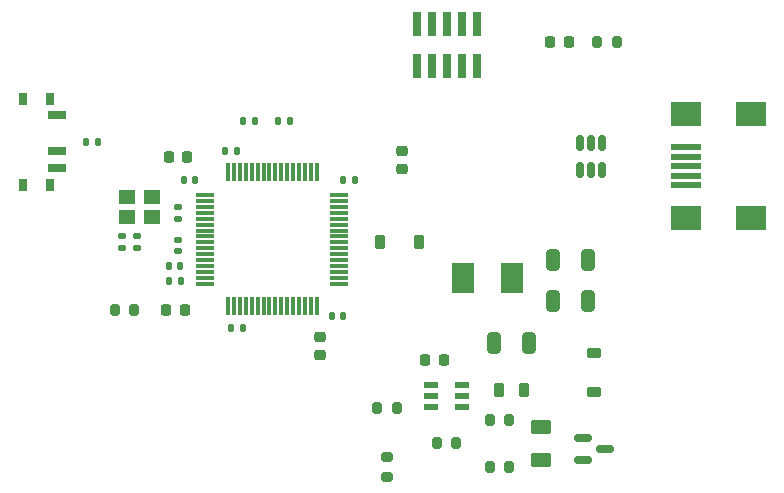
<source format=gbr>
%TF.GenerationSoftware,KiCad,Pcbnew,8.0.1*%
%TF.CreationDate,2024-04-03T13:36:13+02:00*%
%TF.ProjectId,stm32f405_v8,73746d33-3266-4343-9035-5f76382e6b69,rev?*%
%TF.SameCoordinates,Original*%
%TF.FileFunction,Paste,Top*%
%TF.FilePolarity,Positive*%
%FSLAX46Y46*%
G04 Gerber Fmt 4.6, Leading zero omitted, Abs format (unit mm)*
G04 Created by KiCad (PCBNEW 8.0.1) date 2024-04-03 13:36:13*
%MOMM*%
%LPD*%
G01*
G04 APERTURE LIST*
G04 Aperture macros list*
%AMRoundRect*
0 Rectangle with rounded corners*
0 $1 Rounding radius*
0 $2 $3 $4 $5 $6 $7 $8 $9 X,Y pos of 4 corners*
0 Add a 4 corners polygon primitive as box body*
4,1,4,$2,$3,$4,$5,$6,$7,$8,$9,$2,$3,0*
0 Add four circle primitives for the rounded corners*
1,1,$1+$1,$2,$3*
1,1,$1+$1,$4,$5*
1,1,$1+$1,$6,$7*
1,1,$1+$1,$8,$9*
0 Add four rect primitives between the rounded corners*
20,1,$1+$1,$2,$3,$4,$5,0*
20,1,$1+$1,$4,$5,$6,$7,0*
20,1,$1+$1,$6,$7,$8,$9,0*
20,1,$1+$1,$8,$9,$2,$3,0*%
G04 Aperture macros list end*
%ADD10RoundRect,0.225000X0.225000X0.375000X-0.225000X0.375000X-0.225000X-0.375000X0.225000X-0.375000X0*%
%ADD11RoundRect,0.225000X0.375000X-0.225000X0.375000X0.225000X-0.375000X0.225000X-0.375000X-0.225000X0*%
%ADD12RoundRect,0.075000X-0.700000X-0.075000X0.700000X-0.075000X0.700000X0.075000X-0.700000X0.075000X0*%
%ADD13RoundRect,0.075000X-0.075000X-0.700000X0.075000X-0.700000X0.075000X0.700000X-0.075000X0.700000X0*%
%ADD14RoundRect,0.150000X-0.587500X-0.150000X0.587500X-0.150000X0.587500X0.150000X-0.587500X0.150000X0*%
%ADD15RoundRect,0.225000X-0.250000X0.225000X-0.250000X-0.225000X0.250000X-0.225000X0.250000X0.225000X0*%
%ADD16RoundRect,0.135000X0.135000X0.185000X-0.135000X0.185000X-0.135000X-0.185000X0.135000X-0.185000X0*%
%ADD17RoundRect,0.250000X-0.325000X-0.650000X0.325000X-0.650000X0.325000X0.650000X-0.325000X0.650000X0*%
%ADD18RoundRect,0.140000X-0.170000X0.140000X-0.170000X-0.140000X0.170000X-0.140000X0.170000X0.140000X0*%
%ADD19RoundRect,0.140000X0.170000X-0.140000X0.170000X0.140000X-0.170000X0.140000X-0.170000X-0.140000X0*%
%ADD20R,1.150000X0.600000*%
%ADD21RoundRect,0.140000X0.140000X0.170000X-0.140000X0.170000X-0.140000X-0.170000X0.140000X-0.170000X0*%
%ADD22RoundRect,0.200000X0.200000X0.275000X-0.200000X0.275000X-0.200000X-0.275000X0.200000X-0.275000X0*%
%ADD23RoundRect,0.200000X-0.200000X-0.275000X0.200000X-0.275000X0.200000X0.275000X-0.200000X0.275000X0*%
%ADD24RoundRect,0.218750X0.218750X0.256250X-0.218750X0.256250X-0.218750X-0.256250X0.218750X-0.256250X0*%
%ADD25RoundRect,0.140000X-0.140000X-0.170000X0.140000X-0.170000X0.140000X0.170000X-0.140000X0.170000X0*%
%ADD26RoundRect,0.135000X-0.135000X-0.185000X0.135000X-0.185000X0.135000X0.185000X-0.135000X0.185000X0*%
%ADD27RoundRect,0.218750X-0.218750X-0.256250X0.218750X-0.256250X0.218750X0.256250X-0.218750X0.256250X0*%
%ADD28RoundRect,0.150000X0.150000X-0.512500X0.150000X0.512500X-0.150000X0.512500X-0.150000X-0.512500X0*%
%ADD29RoundRect,0.200000X-0.275000X0.200000X-0.275000X-0.200000X0.275000X-0.200000X0.275000X0.200000X0*%
%ADD30RoundRect,0.225000X0.225000X0.250000X-0.225000X0.250000X-0.225000X-0.250000X0.225000X-0.250000X0*%
%ADD31RoundRect,0.135000X0.185000X-0.135000X0.185000X0.135000X-0.185000X0.135000X-0.185000X-0.135000X0*%
%ADD32R,2.500000X0.500000*%
%ADD33R,2.500000X2.000000*%
%ADD34RoundRect,0.147500X-0.147500X-0.172500X0.147500X-0.172500X0.147500X0.172500X-0.147500X0.172500X0*%
%ADD35RoundRect,0.225000X0.250000X-0.225000X0.250000X0.225000X-0.250000X0.225000X-0.250000X-0.225000X0*%
%ADD36R,0.750000X2.100000*%
%ADD37R,1.400000X1.200000*%
%ADD38RoundRect,0.218750X-0.218750X-0.381250X0.218750X-0.381250X0.218750X0.381250X-0.218750X0.381250X0*%
%ADD39RoundRect,0.225000X-0.225000X-0.250000X0.225000X-0.250000X0.225000X0.250000X-0.225000X0.250000X0*%
%ADD40R,0.800000X1.000000*%
%ADD41R,1.500000X0.700000*%
%ADD42RoundRect,0.250000X0.625000X-0.375000X0.625000X0.375000X-0.625000X0.375000X-0.625000X-0.375000X0*%
%ADD43R,1.900000X2.500000*%
G04 APERTURE END LIST*
D10*
%TO.C,D2*%
X109625000Y-98500000D03*
X106325000Y-98500000D03*
%TD*%
D11*
%TO.C,D3*%
X124475000Y-111150000D03*
X124475000Y-107850000D03*
%TD*%
D12*
%TO.C,U1*%
X91575000Y-94500000D03*
X91575000Y-95000000D03*
X91575000Y-95500000D03*
X91575000Y-96000000D03*
X91575000Y-96500000D03*
X91575000Y-97000000D03*
X91575000Y-97500000D03*
X91575000Y-98000000D03*
X91575000Y-98500000D03*
X91575000Y-99000000D03*
X91575000Y-99500000D03*
X91575000Y-100000000D03*
X91575000Y-100500000D03*
X91575000Y-101000000D03*
X91575000Y-101500000D03*
X91575000Y-102000000D03*
D13*
X93500000Y-103925000D03*
X94000000Y-103925000D03*
X94500000Y-103925000D03*
X95000000Y-103925000D03*
X95500000Y-103925000D03*
X96000000Y-103925000D03*
X96500000Y-103925000D03*
X97000000Y-103925000D03*
X97500000Y-103925000D03*
X98000000Y-103925000D03*
X98500000Y-103925000D03*
X99000000Y-103925000D03*
X99500000Y-103925000D03*
X100000000Y-103925000D03*
X100500000Y-103925000D03*
X101000000Y-103925000D03*
D12*
X102925000Y-102000000D03*
X102925000Y-101500000D03*
X102925000Y-101000000D03*
X102925000Y-100500000D03*
X102925000Y-100000000D03*
X102925000Y-99500000D03*
X102925000Y-99000000D03*
X102925000Y-98500000D03*
X102925000Y-98000000D03*
X102925000Y-97500000D03*
X102925000Y-97000000D03*
X102925000Y-96500000D03*
X102925000Y-96000000D03*
X102925000Y-95500000D03*
X102925000Y-95000000D03*
X102925000Y-94500000D03*
D13*
X101000000Y-92575000D03*
X100500000Y-92575000D03*
X100000000Y-92575000D03*
X99500000Y-92575000D03*
X99000000Y-92575000D03*
X98500000Y-92575000D03*
X98000000Y-92575000D03*
X97500000Y-92575000D03*
X97000000Y-92575000D03*
X96500000Y-92575000D03*
X96000000Y-92575000D03*
X95500000Y-92575000D03*
X95000000Y-92575000D03*
X94500000Y-92575000D03*
X94000000Y-92575000D03*
X93500000Y-92575000D03*
%TD*%
D14*
%TO.C,Q1*%
X125412500Y-116000000D03*
X123537500Y-116950000D03*
X123537500Y-115050000D03*
%TD*%
D15*
%TO.C,C1*%
X101250000Y-106475000D03*
X101250000Y-108025000D03*
%TD*%
D16*
%TO.C,R4*%
X98760000Y-88250000D03*
X97740000Y-88250000D03*
%TD*%
D17*
%TO.C,C14*%
X121000000Y-100000000D03*
X123950000Y-100000000D03*
%TD*%
%TO.C,C12*%
X116000000Y-107000000D03*
X118950000Y-107000000D03*
%TD*%
D18*
%TO.C,C11*%
X84500000Y-98000000D03*
X84500000Y-98960000D03*
%TD*%
D19*
%TO.C,C9*%
X89250000Y-99225000D03*
X89250000Y-98265000D03*
%TD*%
D20*
%TO.C,IC1*%
X110675000Y-110550000D03*
X110675000Y-111500000D03*
X110675000Y-112450000D03*
X113275000Y-112450000D03*
X113275000Y-111500000D03*
X113275000Y-110550000D03*
%TD*%
D21*
%TO.C,C5*%
X94730000Y-105750000D03*
X93770000Y-105750000D03*
%TD*%
D16*
%TO.C,R1*%
X82510000Y-90000000D03*
X81490000Y-90000000D03*
%TD*%
D22*
%TO.C,R6*%
X117300000Y-113500000D03*
X115650000Y-113500000D03*
%TD*%
D23*
%TO.C,R11*%
X124750000Y-81500000D03*
X126400000Y-81500000D03*
%TD*%
D18*
%TO.C,C10*%
X89250000Y-95520000D03*
X89250000Y-96480000D03*
%TD*%
D24*
%TO.C,D4*%
X122350000Y-81500000D03*
X120775000Y-81500000D03*
%TD*%
D25*
%TO.C,C7*%
X103270000Y-93250000D03*
X104230000Y-93250000D03*
%TD*%
D26*
%TO.C,R5*%
X94740000Y-88250000D03*
X95760000Y-88250000D03*
%TD*%
D25*
%TO.C,C16*%
X93270000Y-90750000D03*
X94230000Y-90750000D03*
%TD*%
D22*
%TO.C,R3*%
X85575000Y-104250000D03*
X83925000Y-104250000D03*
%TD*%
D27*
%TO.C,D1*%
X88250000Y-104250000D03*
X89825000Y-104250000D03*
%TD*%
D28*
%TO.C,U2*%
X123300000Y-92387500D03*
X124250000Y-92387500D03*
X125200000Y-92387500D03*
X125200000Y-90112500D03*
X124250000Y-90112500D03*
X123300000Y-90112500D03*
%TD*%
D29*
%TO.C,R10*%
X106975000Y-116675000D03*
X106975000Y-118325000D03*
%TD*%
D30*
%TO.C,C3*%
X90025000Y-91250000D03*
X88475000Y-91250000D03*
%TD*%
D17*
%TO.C,C15*%
X121000000Y-103500000D03*
X123950000Y-103500000D03*
%TD*%
D23*
%TO.C,R7*%
X115650000Y-117500000D03*
X117300000Y-117500000D03*
%TD*%
D31*
%TO.C,R2*%
X85750000Y-99010000D03*
X85750000Y-97990000D03*
%TD*%
D32*
%TO.C,J5*%
X132250000Y-93650000D03*
X132250000Y-92850000D03*
X132250000Y-92050000D03*
X132250000Y-91250000D03*
X132250000Y-90450000D03*
D33*
X132250000Y-96450000D03*
X137750000Y-96450000D03*
X132250000Y-87650000D03*
X137750000Y-87650000D03*
%TD*%
D21*
%TO.C,C8*%
X89480000Y-101745000D03*
X88520000Y-101745000D03*
%TD*%
D34*
%TO.C,L1*%
X88500000Y-100495000D03*
X89470000Y-100495000D03*
%TD*%
D35*
%TO.C,C2*%
X108225000Y-92275000D03*
X108225000Y-90725000D03*
%TD*%
D36*
%TO.C,J2*%
X114540000Y-83600000D03*
X114540000Y-80000000D03*
X113270000Y-83600000D03*
X113270000Y-80000000D03*
X112000000Y-83600000D03*
X112000000Y-80000000D03*
X110730000Y-83600000D03*
X110730000Y-80000000D03*
X109460000Y-83600000D03*
X109460000Y-80000000D03*
%TD*%
D21*
%TO.C,C4*%
X90730000Y-93250000D03*
X89770000Y-93250000D03*
%TD*%
D37*
%TO.C,Y1*%
X87100000Y-94650000D03*
X84900000Y-94650000D03*
X84900000Y-96350000D03*
X87100000Y-96350000D03*
%TD*%
D25*
%TO.C,C6*%
X102270000Y-104750000D03*
X103230000Y-104750000D03*
%TD*%
D38*
%TO.C,FB1*%
X116412500Y-111000000D03*
X118537500Y-111000000D03*
%TD*%
D39*
%TO.C,C13*%
X110200000Y-108500000D03*
X111750000Y-108500000D03*
%TD*%
D40*
%TO.C,SW1*%
X78380000Y-86325000D03*
X76170000Y-86325000D03*
X78380000Y-93625000D03*
X76170000Y-93625000D03*
D41*
X79030000Y-87725000D03*
X79030000Y-90725000D03*
X79030000Y-92225000D03*
%TD*%
D22*
%TO.C,R9*%
X107800000Y-112500000D03*
X106150000Y-112500000D03*
%TD*%
D42*
%TO.C,F1*%
X119975000Y-116900000D03*
X119975000Y-114100000D03*
%TD*%
D22*
%TO.C,R8*%
X112800000Y-115500000D03*
X111150000Y-115500000D03*
%TD*%
D43*
%TO.C,L2*%
X113425000Y-101500000D03*
X117525000Y-101500000D03*
%TD*%
M02*

</source>
